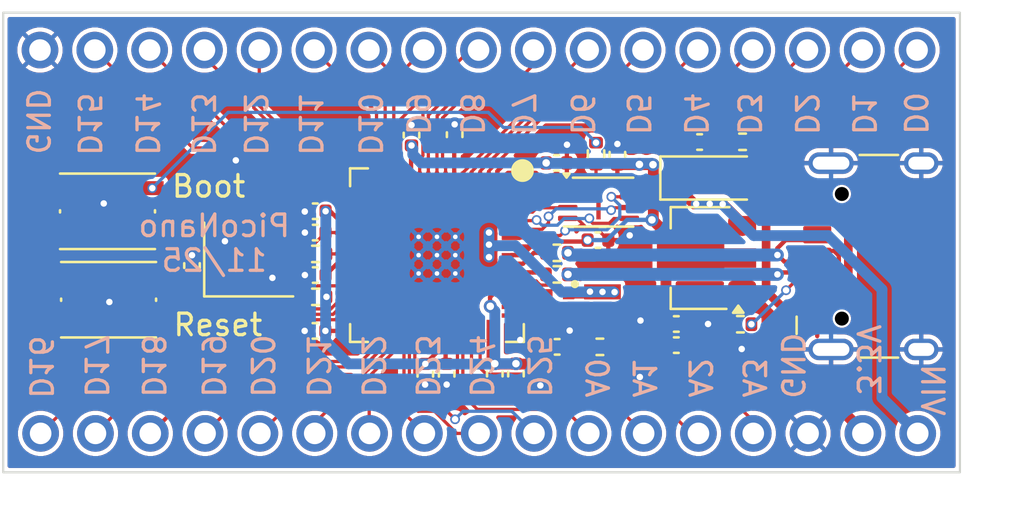
<source format=kicad_pcb>
(kicad_pcb (version 20241229) (generator "pcbnew") (generator_version "9.0")
  (title_block (date "${DATE}") (rev "${VERSION}"))
  (layers (0 "F.Cu" signal) (2 "B.Cu" signal) (13 "F.Paste" user) (15 "B.Paste" user) (5 "F.SilkS" user "F.Silkscreen") (7 "B.SilkS" user "B.Silkscreen") (1 "F.Mask" user) (3 "B.Mask" user) (25 "Edge.Cuts" user))
  (property "DATE" "")
  (property "VERSION" "")
  (net 0 "")
  (net 1 "/RP2350A/XIN")
  (net 2 "GND")
  (net 3 "Net-(C5-Pad1)")
  (net 4 "3.3V")
  (net 5 "+1V1")
  (net 6 "/RP2350A/USB_D-")
  (net 7 "/RP2350A/USB_D+")
  (net 8 "/RP2350A/VREG_LX")
  (net 9 "/RP2350A/QSPI_SS")
  (net 10 "/RP2350A/XOUT_R")
  (net 11 "/RP2350A/USB_D_R+")
  (net 12 "/RP2350A/USB_D_R-")
  (net 13 "BOOT_SEL")
  (net 14 "D9")
  (net 15 "D4")
  (net 16 "D3")
  (net 17 "D1")
  (net 18 "D7")
  (net 19 "D0")
  (net 20 "D2")
  (net 21 "D10")
  (net 22 "D8")
  (net 23 "D5")
  (net 24 "D6")
  (net 25 "D13")
  (net 27 "Net-(J1-CC2)")
  (net 29 "Net-(J1-CC1)")
  (net 30 "/RP2350A/QSPI_SD0")
  (net 31 "D12")
  (net 32 "A3")
  (net 33 "A1")
  (net 34 "A2")
  (net 35 "A0")
  (net 36 "D15")
  (net 37 "D14")
  (net 38 "/RP2350A/SWD")
  (net 39 "D11")
  (net 40 "D17")
  (net 41 "D20")
  (net 42 "D18")
  (net 43 "RST")
  (net 44 "/RP2350A/QSPI_SCLK")
  (net 45 "D22")
  (net 46 "/RP2350A/SWCLK")
  (net 47 "/RP2350A/QSPI_SD3")
  (net 48 "D19")
  (net 49 "VIN")
  (net 50 "/RP2350A/QSPI_SD2")
  (net 51 "D23")
  (net 52 "D21")
  (net 53 "D25")
  (net 54 "D24")
  (net 55 "D16")
  (net 56 "Net-(U1-VREG_AVDD)")
  (net 57 "/RP2350A/QSPI_SD1")
  (net 58 "RAW")
  (footprint "Capacitor_SMD:C_0402_1005Metric" (layer "F.Cu") (at 116.96 96.07 -90)
    (property "Reference" "C11" (hide yes))
    (property "Value" "100nF")
  )
  (footprint "Resistor_SMD:R_0402_1005Metric" (layer "F.Cu") (at 111.87 90.49 180)
    (property "Reference" "R2" (hide yes))
    (property "Value" "1k")
  )
  (footprint "MobiFlight:SW_Push_1P1T_NO_Vertical_Wuerth_434133025816" (layer "F.Cu") (at 102.285 92.615)
    (property "Reference" "SW2" (hide yes))
    (property "Value" "SW_Push")
  )
  (footprint "Capacitor_SMD:C_0402_1005Metric" (layer "F.Cu") (at 111.85 94.06 180)
    (property "Reference" "C12" (hide yes))
    (property "Value" "100nF")
  )
  (footprint "Resistor_SMD:R_0402_1005Metric" (layer "F.Cu") (at 123.06 91.44 180)
    (property "Reference" "R4" (hide yes))
    (property "Value" "27")
  )
  (footprint "Diode_SMD:D_SOD-123" (layer "F.Cu") (at 130.21 86.97)
    (property "Reference" "D1" (hide yes))
    (property "Value" "D_Schottky")
  )
  (footprint "Capacitor_SMD:C_0402_1005Metric" (layer "F.Cu") (at 123.04 86.27)
    (property "Reference" "C14" (hide yes))
    (property "Value" "100nF")
  )
  (footprint "Capacitor_SMD:C_0402_1005Metric" (layer "F.Cu") (at 128.59 94.72)
    (property "Reference" "C20" (hide yes))
    (property "Value" "100nF")
  )
  (footprint "Capacitor_SMD:C_0402_1005Metric" (layer "F.Cu") (at 111.86 88.51 180)
    (property "Reference" "C9" (hide yes))
    (property "Value" "100nF")
  )
  (footprint "Capacitor_SMD:C_0402_1005Metric" (layer "F.Cu") (at 118.32 84.96 90)
    (property "Reference" "C6" (hide yes))
    (property "Value" "100nF")
  )
  (footprint "Crystal:Crystal_SMD_3225-4Pin_3.2x2.5mm" (layer "F.Cu") (at 108.775 90.75)
    (property "Reference" "Y1" (hide yes))
    (property "Value" "ABM8-272-T3" (hide yes))
  )
  (footprint "Capacitor_SMD:C_0402_1005Metric" (layer "F.Cu") (at 121.16 96.06 -90)
    (property "Reference" "C10" (hide yes))
    (property "Value" "100nF" (hide yes))
  )
  (footprint "Capacitor_SMD:C_0402_1005Metric" (layer "F.Cu") (at 116.32 84.98 90)
    (property "Reference" "C13" (hide yes))
    (property "Value" "100nF")
  )
  (footprint "Package_TO_SOT_SMD:SOT-89-3" (layer "F.Cu") (at 129.69 90.68 180)
    (property "Reference" "U2" (hide yes))
    (property "Value" "AMS1117-3.3")
  )
  (footprint "Resistor_SMD:R_0402_1005Metric" (layer "F.Cu") (at 131.56 93.75)
    (property "Reference" "R7" (hide yes))
    (property "Value" "5.1k")
  )
  (footprint "Capacitor_SMD:C_0402_1005Metric" (layer "F.Cu") (at 128.59 93.74)
    (property "Reference" "C2" (hide yes))
    (property "Value" "10uF")
  )
  (footprint "MobiFlight:C_0402_1005Metric_small_pads" (layer "F.Cu") (at 122.59 92.875 -90)
    (property "Reference" "C16" (hide yes))
    (property "Value" "4.7uF")
  )
  (footprint "MobiFlight:RP2350A_QFN-60_EP_7.75x7.75_Pitch0.4mm" (layer "F.Cu") (at 117.5 90.5475 -90)
    (property "Reference" "U1" (hide yes))
    (property "Value" "RP2350A")
  )
  (footprint "Capacitor_SMD:C_0402_1005Metric" (layer "F.Cu") (at 106.15 91.03 90)
    (property "Reference" "C5" (hide yes))
    (property "Value" "15pF")
  )
  (footprint "Capacitor_SMD:C_0402_1005Metric" (layer "F.Cu") (at 117.95 96.07 -90)
    (property "Reference" "C8" (hide yes))
    (property "Value" "100nF")
  )
  (footprint "Capacitor_SMD:C_0402_1005Metric" (layer "F.Cu") (at 111.86 89.5 180)
    (property "Reference" "C4" (hide yes))
    (property "Value" "15pF")
  )
  (footprint "Resistor_SMD:R_0402_1005Metric" (layer "F.Cu") (at 125.05 94.8 180)
    (property "Reference" "R5" (hide yes))
    (property "Value" "33")
  )
  (footprint "MobiFlight:PicoNano" (layer "F.Cu") (at 120.950059 90.686594 -90)
    (property "Reference" "J2" (hide yes))
    (property "Value" "~")
  )
  (footprint "Capacitor_SMD:C_0402_1005Metric" (layer "F.Cu") (at 123.07 94.8 180)
    (property "Reference" "C18" (hide yes))
    (property "Value" "4.7uF")
  )
  (footprint "Capacitor_SMD:C_0402_1005Metric" (layer "F.Cu") (at 120.18 96.06 -90)
    (property "Reference" "C19" (hide yes))
    (property "Value" "4.7uF")
  )
  (footprint "Resistor_SMD:R_0402_1005Metric" (layer "F.Cu") (at 111.87 92.48 180)
    (property "Reference" "R6" (hide yes))
    (property "Value" "10k")
  )
  (footprint "Resistor_SMD:R_0402_1005Metric" (layer "F.Cu") (at 123.06 90.44 180)
    (property "Reference" "R3" (hide yes))
    (property "Value" "27")
  )
  (footprint "Package_SON:Winbond_USON-8-1EP_3x2mm_P0.5mm_EP0.2x1.6mm" (layer "F.Cu") (at 124.985 88.09)
    (property "Reference" "U4" (hide yes))
    (property "Value" "W25Q16JVSS")
  )
  (footprint "MobiFlight:SW_Push_1P1T_NO_Vertical_Wuerth_434133025816" (layer "F.Cu") (at 102.235 88.515 180)
    (property "Reference" "SW1" (hide yes))
    (property "Value" "SW_Push")
  )
  (footprint "Capacitor_SMD:C_0402_1005Metric" (layer "F.Cu") (at 124.96 89.85)
    (property "Reference" "C15" (hide yes))
    (property "Value" "100nF")
  )
  (footprint "Resistor_SMD:R_0402_1005Metric" (layer "F.Cu") (at 124.87 85.84 90)
    (property "Reference" "R1" (hide yes))
    (property "Value" "1k")
  )
  (footprint "Capacitor_SMD:C_0402_1005Metric" (layer "F.Cu") (at 111.86 91.47 180)
    (property "Reference" "C7" (hide yes))
    (property "Value" "100nF")
  )
  (footprint "MobiFlight:L_pol_2016" (layer "F.Cu") (at 125.17 92.95 -90)
    (property "Reference" "L1" (hide yes))
    (property "Value" "3.3u")
  )
  (footprint "Capacitor_SMD:C_0402_1005Metric" (layer "F.Cu") (at 125.86 85.87 90)
    (property "Reference" "C3" (hide yes))
    (property "Value" "100nF")
  )
  (footprint "Resistor_SMD:R_0402_1005Metric" (layer "F.Cu") (at 131.66 85.29)
    (property "Reference" "R8" (hide yes))
    (property "Value" "5.1k")
  )
  (footprint "MobiFlight:USB_C_Receptacle_HCTL_HC-TYPE-C-16P-01A" (layer "F.Cu") (at 138.865 90.6 90)
    (property "Reference" "J1" (hide yes))
    (property "Value" "USB_C_Receptacle_USB2.0_16P")
  )
  (footprint "Capacitor_SMD:C_0402_1005Metric" (layer "F.Cu") (at 129.67 85.3)
    (property "Reference" "C1" (hide yes))
    (property "Value" "10uF")
  )
  (footprint "MobiFlight:C_0402_1005Metric_small_pads" (layer "F.Cu") (at 123.6 92.875 -90)
    (property "Reference" "C17" (hide yes))
    (property "Value" "4.7uF")
  )
  (gr_rect (start 97.402 79.3) (end 141.732 100.62) (stroke (width 0.1)) (fill no) (layer "Edge.Cuts"))
  (gr_text "Boot" (at 106.92 87.94 0) (layer "F.SilkS") (effects (font (size 1 1) (thickness 0.153)) (justify bottom)))
  (gr_text "Reset" (at 107.35 94.365 0) (layer "F.SilkS") (effects (font (size 1 1) (thickness 0.153)) (justify bottom)))
  (gr_text "A3" (at 131.596621 97.239411 -90) (layer "B.SilkS") (effects (font (size 1 1) (thickness 0.153)) (justify left bottom mirror)))
  (gr_text "GND" (at 133.380393 97.299804 270) (layer "B.SilkS") (effects (font (size 1 1) (thickness 0.153)) (justify left bottom mirror)))
  (gr_text "D20" (at 108.813821 97.239411 270) (layer "B.SilkS") (effects (font (size 1 1) (thickness 0.153)) (justify left bottom mirror)))
  (gr_text "D8" (at 118.520683 85.07 270) (layer "B.SilkS") (effects (font (size 1 1) (thickness 0.153)) (justify left bottom mirror)))
  (gr_text "D23" (at 116.453821 97.239411 270) (layer "B.SilkS") (effects (font (size 1 1) (thickness 0.153)) (justify left bottom mirror)))
  (gr_text "D12" (at 108.490683 86.022381 270) (layer "B.SilkS") (effects (font (size 1 1) (thickness 0.153)) (justify left bottom mirror)))
  (gr_text "D9" (at 116.020683 85.07 270) (layer "B.SilkS") (effects (font (size 1 1) (thickness 0.153)) (justify left bottom mirror)))
  (gr_text "D22" (at 113.943821 97.239411 270) (layer "B.SilkS") (effects (font (size 1 1) (thickness 0.153)) (justify left bottom mirror)))
  (gr_text "D19" (at 106.533821 97.239411 270) (layer "B.SilkS") (effects (font (size 1 1) (thickness 0.153)) (justify left bottom mirror)))
  (gr_text "D16" (at 98.55 97.29 270) (layer "B.SilkS") (effects (font (size 1 1) (thickness 0.153)) (justify left bottom mirror)))
  (gr_text "D10" (at 113.800683 86.022381 270) (layer "B.SilkS") (effects (font (size 1 1) (thickness 0.153)) (justify left bottom mirror)))
  (gr_text "D18" (at 103.763821 97.239411 270) (layer "B.SilkS") (effects (font (size 1 1) (thickness 0.153)) (justify left bottom mirror)))
  (gr_text "D21" (at 111.403821 97.239411 270) (layer "B.SilkS") (effects (font (size 1 1) (thickness 0.153)) (justify left bottom mirror)))
  (gr_text "D15" (at 100.790683 86.022381 270) (layer "B.SilkS") (effects (font (size 1 1) (thickness 0.153)) (justify left bottom mirror)))
  (gr_text "D11" (at 111.040683 86.022381 270) (layer "B.SilkS") (effects (font (size 1 1) (thickness 0.153)) (justify left bottom mirror)))
  (gr_text "A1" (at 126.506621 97.239411 -90) (layer "B.SilkS") (effects (font (size 1 1) (thickness 0.153)) (justify left bottom mirror)))
  (gr_text "D5" (at 126.230683 85.07 270) (layer "B.SilkS") (effects (font (size 1 1) (thickness 0.153)) (justify left bottom mirror)))
  (gr_text "D14" (at 103.470683 86.022381 270) (layer "B.SilkS") (effects (font (size 1 1) (thickness 0.153)) (justify left bottom mirror)))
  (gr_text "GND" (at 98.41 85.97 270) (layer "B.SilkS") (effects (font (size 1 1) (thickness 0.153)) (justify left bottom mirror)))
  (gr_text "D2" (at 134.030683 85.07 270) (layer "B.SilkS") (effects (font (size 1 1) (thickness 0.153)) (justify left bottom mirror)))
  (gr_text "D17" (at 101.113821 97.239411 270) (layer "B.SilkS") (effects (font (size 1 1) (thickness 0.153)) (justify left bottom mirror)))
  (gr_text "D7" (at 120.900683 85.07 270) (layer "B.SilkS") (effects (font (size 1 1) (thickness 0.153)) (justify left bottom mirror)))
  (gr_text "PicoNano\n11/25" (at 107.18 91.38 0) (layer "B.SilkS") (effects (font (size 1 1) (thickness 0.153)) (justify bottom mirror)))
  (gr_text "D25" (at 121.633821 97.239411 270) (layer "B.SilkS") (effects (font (size 1 1) (thickness 0.153)) (justify left bottom mirror)))
  (gr_text "A0" (at 124.313821 97.239411 270) (layer "B.SilkS") (effects (font (size 1 1) (thickness 0.153)) (justify left bottom mirror)))
  (gr_text "D0" (at 139.075683 85.045 -90) (layer "B.SilkS") (effects (font (size 1 1) (thickness 0.153)) (justify left bottom mirror)))
  (gr_text "D13" (at 106.060683 86.022381 270) (layer "B.SilkS") (effects (font (size 1 1) (thickness 0.153)) (justify left bottom mirror)))
  (gr_text "VIN" (at 139.87 98.09 -90) (layer "B.SilkS") (effects (font (size 1 1) (thickness 0.153)) (justify left bottom mirror)))
  (gr_text "D3" (at 131.360683 85.07 270) (layer "B.SilkS") (effects (font (size 1 1) (thickness 0.153)) (justify left bottom mirror)))
  (gr_text "D6" (at 123.630683 85.07 270) (layer "B.SilkS") (effects (font (size 1 1) (thickness 0.153)) (justify left bottom mirror)))
  (gr_text "A2" (at 129.096621 97.239411 -90) (layer "B.SilkS") (effects (font (size 1 1) (thickness 0.153)) (justify left bottom mirror)))
  (gr_text "D24" (at 118.953821 97.239411 270) (layer "B.SilkS") (effects (font (size 1 1) (thickness 0.153)) (justify left bottom mirror)))
  (gr_text "D4" (at 128.890683 85.07 270) (layer "B.SilkS") (effects (font (size 1 1) (thickness 0.153)) (justify left bottom mirror)))
  (gr_text "D1" (at 136.680683 85.07 -90) (layer "B.SilkS") (effects (font (size 1 1) (thickness 0.153)) (justify left bottom mirror)))
  (gr_text "3.3V" (at 136.8898 97.115098 270) (layer "B.SilkS") (effects (font (size 1 1) (thickness 0.153)) (justify left bottom mirror)))
  (segment (start 113.03 89.74) (end 112.79 89.5) (width 0.15) (layer "F.Cu") (net 1))
  (segment (start 111.85 89.99) (end 109.965 89.99) (width 0.15) (layer "F.Cu") (net 1))
  (segment (start 114.055 89.74) (end 113.03 89.74) (width 0.15) (layer "F.Cu") (net 1))
  (segment (start 112.34 89.5) (end 111.85 89.99) (width 0.15) (layer "F.Cu") (net 1))
  (segment (start 114.0625 89.7475) (end 114.055 89.74) (width 0.15) (layer "F.Cu") (net 1))
  (segment (start 112.79 89.5) (end 112.34 89.5) (width 0.15) (layer "F.Cu") (net 1))
  (segment (start 109.965 89.99) (end 109.875 89.9) (width 0.15) (layer "F.Cu") (net 1))
  (segment (start 109.945 89.67) (end 109.9 89.625) (width 0.15) (layer "F.Cu") (net 1))
  (segment (start 123.56 88.84) (end 123.99 88.84) (width 0.15) (layer "F.Cu") (net 2))
  (segment (start 122.24 96.54) (end 120.85 96.54) (width 0.5) (layer "F.Cu") (net 2))
  (segment (start 109.9 91.325) (end 110.375 91.8) (width 0.15) (layer "F.Cu") (net 2))
  (segment (start 123.99 88.84) (end 124.47 89.32) (width 0.15) (layer "F.Cu") (net 2))
  (segment (start 124.47 89.32) (end 124.91 89.32) (width 0.15) (layer "F.Cu") (net 2))
  (segment (start 134.12 87.4) (end 135.2 87.4) (width 0.5) (layer "F.Cu") (net 2))
  (segment (start 125.86 85.39) (end 125.9 85.35) (width 0.15) (layer "F.Cu") (net 2))
  (segment (start 123.6 93.997536) (end 123.648732 94.046268) (width 0.2) (layer "F.Cu") (net 2))
  (segment (start 117.95 96.55) (end 116.96 96.55) (width 0.5) (layer "F.Cu") (net 2))
  (segment (start 134.11 87.41) (end 134.12 87.4) (width 0.5) (layer "F.Cu") (net 2))
  (segment (start 124.91 89.32) (end 125.44 89.85) (width 0.15) (layer "F.Cu") (net 2))
  (segment (start 135.12 93.8) (end 134.21 93.8) (width 0.5) (layer "F.Cu") (net 2))
  (segment (start 120.85 96.54) (end 120.18 96.54) (width 0.5) (layer "F.Cu") (net 2))
  (segment (start 121.68 94.8) (end 121.36 94.48) (width 0.5) (layer "F.Cu") (net 2))
  (segment (start 122.59 93.39) (end 122.02 93.39) (width 0.2) (layer "F.Cu") (net 2))
  (segment (start 122.02 93.39) (end 121.5775 92.9475) (width 0.2) (layer "F.Cu") (net 2))
  (segment (start 99.13 81.31) (end 99.13 81.28) (width 0.15) (layer "F.Cu") (net 2))
  (segment (start 121.5775 92.9475) (end 120.9375 92.9475) (width 0.2) (layer "F.Cu") (net 2))
  (segment (start 123.6 93.39) (end 123.6 93.997536) (width 0.3) (layer "F.Cu") (net 2))
  (segment (start 122.59 94.8) (end 121.68 94.8) (width 0.5) (layer "F.Cu") (net 2))
  (segment (start 122.29 96.59) (end 122.24 96.54) (width 0.5) (layer "F.Cu") (net 2))
  (via (at 102.32 92.72) (size 0.65) (drill 0.3) (layers "F.Cu" "B.Cu") (net 2))
  (via (at 111.38 89.5) (size 0.45) (drill 0.3) (layers "F.Cu" "B.Cu") (net 2))
  (via (at 123.525 85.425) (size 0.65) (drill 0.3) (layers "F.Cu" "B.Cu") (net 2))
  (via (at 121.36 94.48) (size 0.65) (drill 0.3) (layers "F.Cu" "B.Cu") (net 2))
  (via (at 125.86 85.39) (size 0.65) (drill 0.3) (layers "F.Cu" "B.Cu") (net 2))
  (via (at 111.375 88.525) (size 0.45) (drill 0.3) (layers "F.Cu" "B.Cu") (net 2))
  (via (at 111.38 91.47) (size 0.45) (drill 0.3) (layers "F.Cu" "B.Cu") (net 2))
  (via (at 118.32 84.48) (size 0.65) (drill 0.3) (layers "F.Cu" "B.Cu") (net 2))
  (via (at 116.32 84.51) (size 0.65) (drill 0.3) (layers "F.Cu" "B.Cu") (net 2))
  (via (at 126.93 93.58) (size 0.65) (drill 0.3) (layers "F.Cu" "B.Cu") (net 2))
  (via (at 122.29 96.59) (size 0.65) (drill 0.3) (layers "F.Cu" "B.Cu") (net 2))
  (via (at 131.62 94.9) (size 0.65) (drill 0.3) (layers "F.Cu" "B.Cu") (net 2))
  (via (at 130.06 93.74) (size 0.65) (drill 0.3) (layers "F.Cu" "B.Cu") (net 2))
  (via (at 117.95 96.55) (size 0.45) (drill 0.3) (layers "F.Cu" "B.Cu") (net 2))
  (via (at 116.95 96.55) (size 0.45) (drill 0.3) (layers "F.Cu" "B.Cu") (net 2))
  (via (at 126.9 96.2) (size 0.65) (drill 0.3) (layers "F.Cu" "B.Cu") (net 2))
  (via (at 107.675 89.9) (size 0.65) (drill 0.3) (layers "F.Cu" "B.Cu") (net 2))
  (via (at 106.15 90.55) (size 0.65) (drill 0.3) (layers "F.Cu" "B.Cu") (net 2))
  (via (at 126.43 89.63) (size 0.65) (drill 0.3) (layers "F.Cu" "B.Cu") (net 2))
  (via (at 111.37 94.06) (size 0.45) (drill 0.3) (layers "F.Cu" "B.Cu") (net 2))
  (via (at 123.648732 94.046268) (size 0.65) (drill 0.3) (layers "F.Cu" "B.Cu") (net 2))
  (via (at 109.875 91.6) (size 0.65) (drill 0.3) (layers "F.Cu" "B.Cu") (net 2))
  (via (at 102.06 88.15) (size 0.65) (drill 0.3) (layers "F.Cu" "B.Cu") (net 2))
  (via (at 108.18 86.15) (size 0.65) (drill 0.3) (layers "F.Cu" "B.Cu") (net 2))
  (segment (start 106.15 91.51) (end 106.165 91.525) (width 0.15) (layer "F.Cu") (net 3))
  (segment (start 110.83 90.5) (end 111.35 90.5) (width 0.15) (layer "F.Cu") (net 3))
  (segment (start 111.35 90.5) (end 111.36 90.49) (width 0.15) (layer "F.Cu") (net 3))
  (segment (start 107.5 91.525) (end 108.25 90.775) (width 0.15) (layer "F.Cu") (net 3))
  (segment (start 106.165 91.525) (end 107.5 91.525) (width 0.15) (layer "F.Cu") (net 3))
  (segment (start 108.25 90.775) (end 110.555 90.775) (width 0.15) (layer "F.Cu") (net 3))
  (segment (start 110.555 90.775) (end 110.83 90.5) (width 0.15) (layer "F.Cu") (net 3))
  (segment (start 128.13 95.73) (end 128.54 96.14) (width 0.5) (layer "F.Cu") (net 4))
  (segment (start 129.65 90.91) (end 129.88 90.68) (width 0.5) (layer "F.Cu") (net 4))
  (segment (start 119.96 92.91) (end 119.97 92.92) (width 0.15) (layer "F.Cu") (net 4))
  (segment (start 122.172 92.212) (end 122.32 92.36) (width 0.2) (layer "F.Cu") (net 4))
  (segment (start 120.18 95.58) (end 121.07 95.58) (width 0.2) (layer "F.Cu") (net 4))
  (segment (start 128.54 96.14) (end 134.65 96.14) (width 0.5) (layer "F.Cu") (net 4))
  (segment (start 119.96 92.4975) (end 119.96 92.91) (width 0.2) (layer "F.Cu") (net 4))
  (segment (start 128.47 90.68) (end 131.5525 90.68) (width 0.5) (layer "F.Cu") (net 4))
  (segment (start 131.5525 90.68) (end 129.03 90.68) (width 0.5) (layer "F.Cu") (net 4))
  (segment (start 127.51 86.35) (end 125.86 86.35) (width 0.5) (layer "F.Cu") (net 4))
  (segment (start 137.236059 98.726059) (end 137.236059 98.814594) (width 0.5) (layer "F.Cu") (net 4))
  (segment (start 122.5 86.33) (end 120.62 86.33) (width 0.2) (layer "F.Cu") (net 4))
  (segment (start 120.11 95.6) (end 120.09 95.58) (width 0.5) (layer "F.Cu") (net 4))
  (segment (start 129.37 91.15) (end 129.37 91.27) (width 0.5) (layer "F.Cu") (net 4))
  (segment (start 120.9375 92.1475) (end 122.103616 92.1475) (width 0.2) (layer "F.Cu") (net 4))
  (segment (start 120.31 92.1475) (end 119.96 92.4975) (width 0.2) (layer "F.Cu") (net 4))
  (segment (start 124.414 89.916) (end 122.084 89.916) (width 0.2) (layer "F.Cu") (net 4))
  (segment (start 120.62 86.33) (end 120.3 86.65) (width 0.2) (layer "F.Cu") (net 4))
  (segment (start 125.56 95.54) (end 125.56 94.8) (width 0.5) (layer "F.Cu") (net 4))
  (segment (start 120.3 95.46) (end 120.18 95.58) (width 0.2) (layer "F.Cu") (net 4))
  (segment (start 125.86 87.17) (end 125.86 86.35) (width 0.2) (layer "F.Cu") (net 4))
  (segment (start 128.11 91.6) (end 128.11 94.8) (width 0.5) (layer "F.Cu") (net 4))
  (segment (start 126.42 87.35) (end 126.41 87.34) (width 0.15) (layer "F.Cu") (net 4))
  (segment (start 127.525 88.845) (end 127.46 88.91) (width 0.5) (layer "F.Cu") (net 4))
  (segment (start 120.18 95.58) (end 120.09 95.58) (width 0.2) (layer "F.Cu") (net 4))
  (segment (start 127.525 86.365) (end 127.525 88.845) (width 0.5) (layer "F.Cu") (net 4))
  (segment (start 126.03 87.34) (end 125.86 87.17) (width 0.2) (layer "F.Cu") (net 4))
  (segment (start 122.168115 92.212) (end 122.172 92.212) (width 0.2) (layer "F.Cu") (net 4))
  (segment (start 112.55 88.51) (end 113.3875 89.3475) (width 0.2) (layer "F.Cu") (net 4))
  (segment (start 120.9375 90.5475) (end 121.4525 90.5475) (width 0.2) (layer "F.Cu") (net 4))
  (segment (start 116.3 85.53) (end 116.3 87.11) (width 0.2) (layer "F.Cu") (net 4))
  (segment (start 134.65 96.14) (end 137.236059 98.726059) (width 0.5) (layer "F.Cu") (net 4))
  (segment (start 120.3 86.65) (end 120.3 87.11) (width 0.2) (layer "F.Cu") (net 4))
  (segment (start 121.06 95.56) (end 121.1 95.6) (width 0.2) (layer "F.Cu") (net 4))
  (segment (start 122.103616 92.1475) (end 122.168115 92.212) (width 0.2) (layer "F.Cu") (net 4))
  (segment (start 116.32 85.46) (end 116.32 85.51) (width 0.2) (layer "F.Cu") (net 4))
  (segment (start 112.33 94.06) (end 112.93 94.06) (width 0.2) (layer "F.Cu") (net 4))
  (segment (start 125.5 95.6) (end 125.56 95.54) (width 0.5) (layer "F.Cu") (net 4))
  (segment (start 116.96 95.59) (end 117.5 95.05) (width 0.2) (layer "F.Cu") (net 4))
  (segment (start 120.3 93.985) (end 120.3 95.46) (width 0.2) (layer "F.Cu") (net 4))
  (segment (start 127.46 88.91) (end 127.49 88.91) (width 0.5) (layer "F.Cu") (net 4))
  (segment (start 129.03 90.68) (end 128.11 91.6) (width 0.5) (layer "F.Cu") (net 4))
  (segment (start 117.5 95.05) (end 117.5 93.985) (width 0.2) (layer "F.Cu") (net 4))
  (segment (start 127.51 86.35) (end 127.525 86.365) (width 0.5) (layer "F.Cu") (net 4))
  (segment (start 113.6425 93.3475) (end 114.0625 93.3475) (width 0.2) (layer "F.Cu") (net 4))
  (segment (start 119.9 93.985) (end 119.9 95.3) (width 0.2) (layer "F.Cu") (net 4))
  (segment (start 127.49 88.91) (end 128.35 89.77) (width 0.5) (layer "F.Cu") (net 4))
  (segment (start 128.13 92.2) (end 128.13 95.73) (width 0.5) (layer "F.Cu") (net 4))
  (segment (start 122.084 89.916) (end 121.8525 90.1475) (width 0.2) (layer "F.Cu") (net 4))
  (segment (start 116.32 85.51) (end 116.3 85.53) (width 0.2) (layer "F.Cu") (net 4))
  (segment (start 131.4325 90.56) (end 131.5525 90.68) (width 0.4) (layer "F.Cu") (net 4))
  (segment (start 121.1 95.6) (end 125.5 95.6) (width 0.5) (layer "F.Cu") (net 4))
  (segment (start 121.4525 90.5475) (end 121.8525 90.1475) (width 0.2) (layer "F.Cu") (net 4))
  (segment (start 122.56 86.27) (end 122.5 86.33) (width 0.2) (layer "F.Cu") (net 4))
  (segment (start 113.3875 89.3475) (end 114.0625 89.3475) (width 0.2) (layer "F.Cu") (net 4))
  (segment (start 124.48 89.85) (end 124.414 89.916) (width 0.2) (layer "F.Cu") (net 4))
  (segment (start 128.11 94.8) (end 125.56 94.8) (width 0.5) (layer "F.Cu") (net 4))
  (segment (start 121.8525 90.1475) (end 120.9375 90.1475) (width 0.2) (layer "F.Cu") (net 4))
  (segment (start 129.88 90.68) (end 131.3325 90.68) (width 0.5) (layer "F.Cu") (net 4))
  (segment (start 121.1 95.6) (end 120.11 95.6) (width 0.5) (layer "F.Cu") (net 4))
  (segment (start 112.34 88.51) (end 112.55 88.51) (width 0.2) (layer "F.Cu") (net 4))
  (segment (start 128.35 89.77) (end 128.35 90.56) (width 0.5) (layer "F.Cu") (net 4))
  (segment (start 120.9375 92.1475) (end 120.31 92.1475) (width 0.2) (layer "F.Cu") (net 4))
  (segment (start 122.32 92.36) (end 122.59 92.36) (width 0.2) (layer "F.Cu") (net 4))
  (segment (start 119.9 95.3) (end 120.18 95.58) (width 0.2) (layer "F.Cu") (net 4))
  (segment (start 126.41 87.34) (end 126.03 87.34) (width 0.2) (layer "F.Cu") (net 4))
  (segment (start 128.35 90.56) (end 128.47 90.68) (width 0.5) (layer "F.Cu") (net 4))
  (segment (start 112.93 94.06) (end 113.6425 93.3475) (width 0.2) (layer "F.Cu") (net 4))
  (via (at 120.18 95.58) (size 0.6) (drill 0.35) (layers "F.Cu" "B.Cu") (net 4))
  (via (at 126.88 86.34) (size 0.6) (drill 0.35) (layers "F.Cu" "B.Cu") (net 4))
  (via (at 127.51 86.35) (size 0.6) (drill 0.35) (layers "F.Cu" "B.Cu") (net 4))
  (via (at 121.16 95.58) (size 0.6) (drill 0.35) (layers "F.Cu" "B.Cu") (net 4))
  (via (at 119.97 92.92) (size 0.6) (drill 0.35) (layers "F.Cu" "B.Cu") (net 4))
  (via (at 116.96 95.59) (size 0.45) (drill 0.3) (layers "F.Cu" "B.Cu") (net 4))
  (via (at 122.56 86.27) (size 0.6) (drill 0.35) (layers "F.Cu" "B.Cu") (net 4))
  (via (at 112.33 94.06) (size 0.45) (drill 0.3) (layers "F.Cu" "B.Cu") (net 4))
  (via (at 112.38 92.48) (size 0.45) (drill 0.3) (layers "F.Cu" "B.Cu") (net 4))
  (via (at 112.34 88.51) (size 0.45) (drill 0.3) (layers "F.Cu" "B.Cu") (net 4))
  (via (at 116.32 85.46) (size 0.45) (drill 0.3) (layers "F.Cu" "B.Cu") (net 4))
  (via (at 127.46 88.91) (size 0.6) (drill 0.35) (layers "F.Cu" "B.Cu") (net 4))
  (via (at 124.48 89.85) (size 0.45) (drill 0.35) (layers "F.Cu" "B.Cu") (net 4))
  (segment (start 112.35 88.52) (end 112.34 88.51) (width 0.5) (layer "B.Cu") (net 4))
  (segment (start 125.37 89.85) (end 124.48 89.85) (width 0.2) (layer "B.Cu") (net 4))
  (segment (start 116.97 95.6) (end 120.18 95.6) (width 0.5) (layer "B.Cu") (net 4))
  (segment (start 126.31 88.91) (end 125.37 89.85) (width 0.2) (layer "B.Cu") (net 4))
  (segment (start 127.51 86.35) (end 127.45 86.29) (width 0.5) (layer "B.Cu") (net 4))
  (segment (start 122.58 86.29) (end 122.56 86.27) (width 0.5) (layer "B.Cu") (net 4))
  (segment (start 120.18 95.6) (end 120.18 93.14) (width 0.5) (layer "B.Cu") (net 4))
  (segment (start 137.255406 98.814594) (end 137.236059 98.814594) (width 0.5) (layer "B.Cu") (net 4))
  (segment (start 112.33 94.06) (end 112.34 94.07) (width 0.5) (layer "B.Cu") (net 4))
  (segment (start 127.45 86.29) (end 122.58 86.29) (width 0.5) (layer "B.Cu") (net 4))
  (segment (start 116.38 85.88) (end 116.77 86.27) (width 0.5) (layer "B.Cu") (net 4))
  (segment (start 120.18 95.58) (end 121.16 95.58) (width 0.5) (layer "B.Cu") (net 4))
  (segment (start 112.33 94.06) (end 112.34 94.05) (width 0.5) (layer "B.Cu") (net 4))
  (segment (start 112.34 94.05) (end 112.34 92.21) (width 0.5) (layer "B.Cu") (net 4))
  (segment (start 116.38 85.61) (end 116.38 85.88) (width 0.5) (layer "B.Cu") (net 4))
  (segment (start 116.325 85.465) (end 116.325 85.555) (width 0.5) (layer "B.Cu") (net 4))
  (segment (start 127.46 88.91) (end 126.31 88.91) (width 0.2) (layer "B.Cu") (net 4))
  (segment (start 116.96 95.59) (end 116.97 95.6) (width 0.5) (layer "B.Cu") (net 4))
  (segment (start 112.35 92.12) (end 112.35 88.52) (width 0.5) (layer "B.Cu") (net 4))
  (segment (start 119.97 92.93) (end 119.97 92.92) (width 0.5) (layer "B.Cu") (net 4))
  (segment (start 116.32 85.46) (end 116.325 85.465) (width 0.5) (layer "B.Cu") (net 4))
  (segment (start 112.34 94.07) (end 112.34 94.53) (width 0.5) (layer "B.Cu") (net 4))
  (segment (start 116.325 85.555) (end 116.38 85.61) (width 0.5) (layer "B.Cu") (net 4))
  (segment (start 116.77 86.27) (end 122.56 86.27) (width 0.5) (layer "B.Cu") (net 4))
  (segment (start 112.34 94.53) (end 113.4 95.59) (width 0.5) (layer "B.Cu") (net 4))
  (segment (start 120.18 93.14) (end 119.97 92.93) (width 0.5) (layer "B.Cu") (net 4))
  (segment (start 113.4 95.59) (end 116.96 95.59) (width 0.5) (layer "B.Cu") (net 4))
  (segment (start 122.0975 91.7475) (end 122.104 91.754) (width 0.15) (layer "F.Cu") (net 5))
  (segment (start 113.2625 90.5475) (end 114.0625 90.5475) (width 0.2) (layer "F.Cu") (net 5))
  (segment (start 117.9 93.985) (end 117.9 95.54) (width 0.2) (layer "F.Cu") (net 5))
  (segment (start 118.3 85.55) (end 118.34 85.51) (width 0.2) (layer "F.Cu") (net 5))
  (segment (start 114.9575 90.5475) (end 114.96 90.55) (width 0.2) (layer "F.Cu") (net 5))
  (segment (start 117.9 93.985) (end 117.9 93.1) (width 0.2) (layer "F.Cu") (net 5))
  (segment (start 119.91 91.38) (end 120.2775 91.7475) (width 0.2) (layer "F.Cu") (net 5))
  (segment (start 117.9 93.1) (end 117.93 93.07) (width 0.2) (layer "F.Cu") (net 5))
  (segment (start 122.104 91.754) (end 122.104 91.757562) (width 0.15) (layer "F.Cu") (net 5))
  (segment (start 122.282438 91.936) (end 123.176 91.936) (width 0.15) (layer "F.Cu") (net 5))
  (segment (start 112.34 91.47) (end 113.2625 90.5475) (width 0.2) (layer "F.Cu") (net 5))
  (segment (start 120.9375 91.7475) (end 122.0975 91.7475) (width 0.15) (layer "F.Cu") (net 5))
  (segment (start 125.06 92.36) (end 123.6 92.36) (width 0.4) (layer "F.Cu") (net 5))
  (segment (start 119.91 90.06) (end 119.91 91.38) (width 0.2) (layer "F.Cu") (net 5))
  (segment (start 118.3 87.11) (end 118.3 88.18) (width 0.2) (layer "F.Cu") (net 5))
  (segment (start 122.104 91.757562) (end 122.282438 91.936) (width 0.15) (layer "F.Cu") (net 5))
  (segment (start 118.3 87.11) (end 118.3 85.55) (width 0.2) (layer "F.Cu") (net 5))
  (segment (start 123.176 91.936) (end 123.6 92.36) (width 0.15) (layer "F.Cu") (net 5))
  (segment (start 125.68 92.26) (end 125.16 92.26) (width 0.2) (layer "F.Cu") (net 5))
  (segment (start 117.9 95.54) (end 117.95 95.59) (width 0.2) (layer "F.Cu") (net 5))
  (segment (start 125.16 92.26) (end 125.06 92.36) (width 0.2) (layer "F.Cu") (net 5))
  (segment (start 114.0625 90.5475) (end 114.9575 90.5475) (width 0.2) (layer "F.Cu") (net 5))
  (segment (start 120.2775 91.7475) (end 120.9375 91.7475) (width 0.2) (layer "F.Cu") (net 5))
  (via (at 119.91 90.64) (size 0.45) (drill 0.3) (layers "F.Cu" "B.Cu") (net 5))
  (via (at 124.59 92.24) (size 0.45) (drill 0.3) (layers "F.Cu" "B.Cu") (net 5))
  (via (at 119.91 90.06) (size 0.45) (drill 0.3) (layers "F.Cu" "B.Cu") (net 5))
  (via (at 125.73 92.26) (size 0.45) (drill 0.3) (layers "F.Cu" "B.Cu") (net 5))
  (via (at 119.91 89.5) (size 0.45) (drill 0.3) (layers "F.Cu" "B.Cu") (net 5))
  (via (at 125.17 92.25) (size 0.45) (drill 0.3) (layers "F.Cu" "B.Cu") (net 5))
  (segment (start 125.68 92.26) (end 125.67 92.25) (width 0.5) (layer "B.Cu") (net 5))
  (segment (start 119.91 90.06) (end 119.96 90.11) (width 0.5) (layer "B.Cu") (net 5))
  (segment (start 121.13 90.11) (end 123.279346 92.259346) (width 0.5) (layer "B.Cu") (net 5))
  (segment (start 119.91 90.06) (end 119.91 90.64) (width 0.5) (layer "B.Cu") (net 5))
  (segment (start 125.67 92.25) (end 124.66 92.25) (width 0.5) (layer "B.Cu") (net 5))
  (segment (start 123.279346 92.259346) (end 123.469346 92.259346) (width 0.5) (layer "B.Cu") (net 5))
  (segment (start 119.96 90.11) (end 121.13 90.11) (width 0.5) (layer "B.Cu") (net 5))
  (segment (start 124.65 92.26) (end 124.66 92.25) (width 0.5) (layer "B.Cu") (net 5))
  (segment (start 123.469346 92.25) (end 124.65 92.25) (width 0.5) (layer "B.Cu") (net 5))
  (segment (start 119.91 89.5) (end 119.91 90.06) (width 0.5) (layer "B.Cu") (net 5))
  (segment (start 136.12 91.15) (end 135.92 91.35) (width 0.2) (layer "F.Cu") (net 6))
  (segment (start 133.365 91.35) (end 133.275 91.44) (width 0.2) (layer "F.Cu") (net 6))
  (segment (start 135.9 90.35) (end 136.12 90.57) (width 0.2) (layer "F.Cu") (net 6))
  (segment (start 135.92 91.35) (end 135.12 91.35) (width 0.2) (layer "F.Cu") (net 6))
  (segment (start 136.12 90.57) (end 136.12 91.15) (width 0.2) (layer "F.Cu") (net 6))
  (segment (start 135.12 90.35) (end 135.9 90.35) (width 0.2) (layer "F.Cu") (net 6))
  (segment (start 135.12 91.35) (end 133.365 91.35) (width 0.2) (layer "F.Cu") (net 6))
  (via (at 133.275 91.44) (size 0.45) (drill 0.3) (layers "F.Cu" "B.Cu") (net 6))
  (via (at 123.57 91.44) (size 0.6) (drill 0.35) (layers "F.Cu" "B.Cu") (net 6))
  (segment (start 133.275 91.44) (end 123.57 91.44) (width 0.6) (layer "B.Cu") (net 6))
  (segment (start 133.275 90.54) (end 133.275 90.225) (width 0.2) (layer "F.Cu") (net 7))
  (segment (start 133.275 90.54) (end 133.29 90.54) (width 0.2) (layer "F.Cu") (net 7))
  (segment (start 133.275 90.225) (end 133.65 89.85) (width 0.2) (layer "F.Cu") (net 7))
  (segment (start 123.681 90.551) (end 123.57 90.44) (width 0.2) (layer "F.Cu") (net 7))
  (segment (start 133.29 90.54) (end 133.6 90.85) (width 0.2) (layer "F.Cu") (net 7))
  (segment (start 133.65 89.85) (end 135.12 89.85) (width 0.2) (layer "F.Cu") (net 7))
  (segment (start 133.6 90.85) (end 135.12 90.85) (width 0.2) (layer "F.Cu") (net 7))
  (via (at 123.57 90.44) (size 0.6) (drill 0.35) (layers "F.Cu" "B.Cu") (net 7))
  (via (at 133.275 90.54) (size 0.45) (drill 0.3) (layers "F.Cu" "B.Cu") (net 7))
  (segment (start 123.67 90.54) (end 123.57 90.44) (width 0.6) (layer "B.Cu") (net 7))
  (segment (start 124.770364 90.551) (end 124.189636 90.551) (width 0.6) (layer "B.Cu") (net 7))
  (segment (start 124.781364 90.54) (end 124.770364 90.551) (width 0.6) (layer "B.Cu") (net 7))
  (segment (start 133.275 90.54) (end 124.781364 90.54) (width 0.6) (layer "B.Cu") (net 7))
  (segment (start 124.178636 90.54) (end 123.67 90.54) (width 0.6) (layer "B.Cu") (net 7))
  (segment (start 124.189636 90.551) (end 124.178636 90.54) (width 0.6) (layer "B.Cu") (net 7))
  (segment (start 124.87 86.83) (end 124.37 87.33) (width 0.15) (layer "F.Cu") (net 9))
  (segment (start 124.37 87.33) (end 123.22 87.33) (width 0.15) (layer "F.Cu") (net 9))
  (segment (start 124.87 86.35) (end 124.87 86.83) (width 0.15) (layer "F.Cu") (net 9))
  (segment (start 121.9725 87.7475) (end 122.38 87.34) (width 0.15) (layer "F.Cu") (net 9))
  (segment (start 120.9375 87.7475) (end 121.9725 87.7475) (width 0.15) (layer "F.Cu") (net 9))
  (segment (start 124.88 86.24) (end 124.84 86.28) (width 0.15) (layer "F.Cu") (net 9))
  (segment (start 122.38 87.34) (end 123.56 87.34) (width 0.15) (layer "F.Cu") (net 9))
  (segment (start 123.22 87.33) (end 123.2 87.35) (width 0.15) (layer "F.Cu") (net 9))
  (segment (start 112.8 90.49) (end 112.38 90.49) (width 0.15) (layer "F.Cu") (net 10))
  (segment (start 113.1425 90.1475) (end 112.8 90.49) (width 0.15) (layer "F.Cu") (net 10))
  (segment (start 114.0625 90.1475) (end 113.1425 90.1475) (width 0.15) (layer "F.Cu") (net 10))
  (segment (start 121.99 90.44) (end 122.55 90.44) (width 0.2) (layer "F.Cu") (net 11))
  (segment (start 120.9375 90.9475) (end 121.4825 90.9475) (width 0.2) (layer "F.Cu") (net 11))
  (segment (start 121.4825 90.9475) (end 121.99 90.44) (width 0.2) (layer "F.Cu") (net 11))
  (segment (start 122.36 91.44) (end 122.55 91.44) (width 0.2) (layer "F.Cu") (net 12))
  (segment (start 121.928582 91.3475) (end 121.931082 91.35) (width 0.2) (layer "F.Cu") (net 12))
  (segment (start 121.931082 91.35) (end 122.27 91.35) (width 0.2) (layer "F.Cu") (net 12))
  (segment (start 122.27 91.35) (end 122.36 91.44) (width 0.2) (layer "F.Cu") (net 12))
  (segment (start 120.9375 91.3475) (end 121.928582 91.3475) (width 0.2) (layer "F.Cu") (net 12))
  (segment (start 100.185 87.44) (end 104.31 87.44) (width 0.15) (layer "F.Cu") (net 13))
  (via (at 104.31 87.44) (size 0.45) (drill 0.3) (layers "F.Cu" "B.Cu") (net 13))
  (via (at 124.87 85.33) (size 0.45) (drill 0.3) (layers "F.Cu" "B.Cu") (net 13))
  (segment (start 119.875 83.925) (end 107.825 83.925) (width 0.15) (layer "B.Cu") (net 13))
  (segment (start 107.825 83.925) (end 104.31 87.44) (width 0.15) (layer "B.Cu") (net 13))
  (segment (start 124.165 84.625) (end 120.575 84.625) (width 0.15) (layer "B.Cu") (net 13))
  (segment (start 124.87 85.33) (end 124.165 84.625) (width 0.15) (layer "B.Cu") (net 13))
  (segment (start 120.575 84.625) (end 119.875 83.925) (width 0.15) (layer "B.Cu") (net 13))
  (segment (start 115.5 87.11) (end 115.5 82.420653) (width 0.15) (layer "F.Cu") (net 14))
  (segment (start 116.85 81.34) (end 116.91 81.28) (width 0.15) (layer "F.Cu") (net 14))
  (segment (start 115.5 82.420653) (end 116.886059 81.034594) (width 0.15) (layer "F.Cu") (net 14))
  (segment (start 117.9 87.11) (end 117.9 86.51) (width 0.15) (layer "F.Cu") (net 15))
  (segment (start 117.76 86.37) (end 117.76 84.184968) (width 0.15) (layer "F.Cu") (net 15))
  (segment (start 117.9 86.51) (end 117.76 86.37) (width 0.15) (layer "F.Cu") (net 15))
  (segment (start 118.810968 83.134) (end 127.486653 83.134) (width 0.15) (layer "F.Cu") (net 15))
  (segment (start 127.486653 83.134) (end 129.586059 81.034594) (width 0.15) (layer "F.Cu") (net 15))
  (segment (start 117.76 84.184968) (end 118.810968 83.134) (width 0.15) (layer "F.Cu") (net 15))
  (segment (start 118.7 87.11) (end 118.7 86.725) (width 0.15) (layer "F.Cu") (net 16))
  (segment (start 118.7 86.725) (end 122.04 83.385) (width 0.15) (layer "F.Cu") (net 16))
  (segment (start 132.15 81.28) (end 132.15 81.31) (width 0.15) (layer "F.Cu") (net 16))
  (segment (start 129.775653 83.385) (end 132.126059 81.034594) (width 0.15) (layer "F.Cu") (net 16))
  (segment (start 122.04 83.385) (end 129.775653 83.385) (width 0.15) (layer "F.Cu") (net 16))
  (segment (start 134.330653 83.91) (end 137.206059 81.034594) (width 0.15) (layer "F.Cu") (net 17))
  (segment (start 122.240002 83.91) (end 134.330653 83.91) (width 0.15) (layer "F.Cu") (net 17))
  (segment (start 119.5 86.650002) (end 122.240002 83.91) (width 0.15) (layer "F.Cu") (net 17))
  (segment (start 119.5 87.11) (end 119.5 86.650002) (width 0.15) (layer "F.Cu") (net 17))
  (segment (start 116.85 83.955032) (end 118.465032 82.34) (width 0.15) (layer "F.Cu") (net 18))
  (segment (start 118.465032 82.34) (end 121.35 82.34) (width 0.15) (layer "F.Cu") (net 18))
  (segment (start 121.78 81.07) (end 121.99 81.28) (width 0.15) (layer "F.Cu") (net 18))
  (segment (start 121.966059 81.723941) (end 121.966059 81.034594) (width 0.15) (layer "F.Cu") (net 18))
  (segment (start 116.7 86.08) (end 116.85 85.93) (width 0.15) (layer "F.Cu") (net 18))
  (segment (start 121.35 82.34) (end 121.966059 81.723941) (width 0.15) (layer "F.Cu") (net 18))
  (segment (start 116.85 85.93) (end 116.85 83.955032) (width 0.15) (layer "F.Cu") (net 18))
  (segment (start 116.7 87.11) (end 116.7 86.08) (width 0.15) (layer "F.Cu") (net 18))
  (segment (start 119.9 86.65) (end 122.39 84.16) (width 0.15) (layer "F.Cu") (net 19))
  (segment (start 119.9 87.11) (end 119.9 86.65) (width 0.15) (layer "F.Cu") (net 19))
  (segment (start 136.620653 84.16) (end 139.746059 81.034594) (width 0.15) (layer "F.Cu") (net 19))
  (segment (start 122.39 84.16) (end 136.620653 84.16) (width 0.15) (layer "F.Cu") (net 19))
  (segment (start 134.69 81.28) (end 134.69 81.31) (width 0.15) (layer "F.Cu") (net 20))
  (segment (start 119.1 87.11) (end 119.1 86.67997) (width 0.15) (layer "F.Cu") (net 20))
  (segment (start 119.1 86.67997) (end 122.11997 83.66) (width 0.15) (layer "F.Cu") (net 20))
  (segment (start 132.040653 83.66) (end 134.666059 81.034594) (width 0.15) (layer "F.Cu") (net 20))
  (segment (start 122.11997 83.66) (end 132.040653 83.66) (width 0.15) (layer "F.Cu") (net 20))
  (segment (start 115.085 87.11) (end 115.1 87.095) (width 0.15) (layer "F.Cu") (net 21))
  (segment (start 115.1 87.11) (end 115.085 87.11) (width 0.15) (layer "F.Cu") (net 21))
  (segment (start 115.1 87.11) (end 115.1 81.788535) (width 0.15) (layer "F.Cu") (net 21))
  (segment (start 115.1 81.788535) (end 114.346059 81.034594) (width 0.15) (layer "F.Cu") (net 21))
  (segment (start 115.9 87.11) (end 115.819 87.029) (width 0.15) (layer "F.Cu") (net 22))
  (segment (start 119.024634 81.034594) (end 119.426059 81.034594) (width 0.15) (layer "F.Cu") (net 22))
  (segment (start 115.819 87.029) (end 115.819 84.240228) (width 0.15) (layer "F.Cu") (net 22))
  (segment (start 115.819 84.240228) (end 119.024634 81.034594) (width 0.15) (layer "F.Cu") (net 22))
  (segment (start 119.45 81.71) (end 119.45 81.28) (width 0.15) (layer "F.Cu") (net 22))
  (segment (start 117.509 85.546) (end 117.509 84.081) (width 0.15) (layer "F.Cu") (net 23))
  (segment (start 117.5 85.555) (end 117.509 85.546) (width 0.15) (layer "F.Cu") (net 23))
  (segment (start 117.509 84.081) (end 118.73 82.86) (width 0.15) (layer "F.Cu") (net 23))
  (segment (start 127.07 81.28) (end 127.07 81.32) (width 0.15) (layer "F.Cu") (net 23))
  (segment (start 125.220653 82.86) (end 127.046059 81.034594) (width 0.15) (layer "F.Cu") (net 23))
  (segment (start 118.73 82.86) (end 125.220653 82.86) (width 0.15) (layer "F.Cu") (net 23))
  (segment (start 117.5 87.11) (end 117.5 85.555) (width 0.15) (layer "F.Cu") (net 23))
  (segment (start 118.551 82.609) (end 122.931653 82.609) (width 0.15) (layer "F.Cu") (net 24))
  (segment (start 117.1 87.11) (end 117.1 86.034968) (width 0.15) (layer "F.Cu") (net 24))
  (segment (start 117.101 84.059) (end 118.551 82.609) (width 0.15) (layer "F.Cu") (net 24))
  (segment (start 122.931653 82.609) (end 124.506059 81.034594) (width 0.15) (layer "F.Cu") (net 24))
  (segment (start 117.1 86.034968) (end 117.101 86.033968) (width 0.15) (layer "F.Cu") (net 24))
  (segment (start 117.101 86.033968) (end 117.101 84.059) (width 0.15) (layer "F.Cu") (net 24))
  (segment (start 114.0625 88.1475) (end 113.447436 88.1475) (width 0.15) (layer "F.Cu") (net 25))
  (segment (start 106.75 81.29) (end 106.75 81.28) (width 0.15) (layer "F.Cu") (net 25))
  (segment (start 109.015059 83.645059) (end 106.726059 81.356059) (width 0.15) (layer "F.Cu") (net 25))
  (segment (start 113.447436 88.1475) (end 109.015059 83.715123) (width 0.15) (layer "F.Cu") (net 25))
  (segment (start 109.015059 83.715123) (end 109.015059 83.645059) (width 0.15) (layer "F.Cu") (net 25))
  (segment (start 106.726059 81.356059) (end 106.726059 81.034594) (width 0.15) (layer "F.Cu") (net 25))
  (segment (start 133.275 86.395) (end 132.17 85.29) (width 0.15) (layer "F.Cu") (net 27))
  (segment (start 135.12 88.85) (end 133.775 88.85) (width 0.15) (layer "F.Cu") (net 27))
  (segment (start 133.275 88.35) (end 133.275 86.395) (width 0.15) (layer "F.Cu") (net 27))
  (segment (start 133.775 88.85) (end 133.275 88.35) (width 0.15) (layer "F.Cu") (net 27))
  (segment (start 135.11 88.86) (end 135.12 88.85) (width 0.15) (layer "F.Cu") (net 27))
  (segment (start 133.675 92.175) (end 134 91.85) (width 0.15) (layer "F.Cu") (net 29))
  (segment (start 134 91.85) (end 135.12 91.85) (width 0.15) (layer "F.Cu") (net 29))
  (via (at 133.675 92.175) (size 0.45) (drill 0.3) (layers "F.Cu" "B.Cu") (net 29))
  (via (at 132.07 93.75) (size 0.45) (drill 0.3) (layers "F.Cu" "B.Cu") (net 29))
  (segment (start 133.675 92.175) (end 132.1 93.75) (width 0.15) (layer "B.Cu") (net 29))
  (segment (start 132.1 93.75) (end 132.07 93.75) (width 0.15) (layer "B.Cu") (net 29))
  (segment (start 124.559998 88.84) (end 124.559998 88.909998) (width 0.15) (layer "F.Cu") (net 30))
  (segment (start 125.48 89.07) (end 125.7 88.85) (width 0.15) (layer "F.Cu") (net 30))
  (segment (start 124.72 89.07) (end 125.48 89.07) (width 0.15) (layer "F.Cu") (net 30))
  (segment (start 122.086814 88.9475) (end 122.115907 88.918407) (width 0.15) (layer "F.Cu") (net 30))
  (segment (start 124.559998 88.909998) (end 124.72 89.07) (width 0.15) (layer "F.Cu") (net 30))
  (segment (start 125.7 88.85) (end 126.05 88.85) (width 0.15) (layer "F.Cu") (net 30))
  (segment (start 120.9375 88.9475) (end 122.086814 88.9475) (width 0.15) (layer "F.Cu") (net 30))
  (via (at 122.115907 88.918407) (size 0.45) (drill 0.3) (layers "F.Cu" "B.Cu") (net 30))
  (via (at 124.559998 88.84) (size 0.45) (drill 0.3) (layers "F.Cu" "B.Cu") (net 30))
  (segment (start 122.37 89.16) (end 122.135907 88.925907) (width 0.15) (layer "B.Cu") (net 30))
  (segment (start 124.549998 88.85) (end 123.39 88.85) (width 0.15) (layer "B.Cu") (net 30))
  (segment (start 124.559998 88.84) (end 124.549998 88.85) (width 0.15) (layer "B.Cu") (net 30))
  (segment (start 122.115907 88.925907) (end 122.115907 88.918407) (width 0.15) (layer "B.Cu") (net 30))
  (segment (start 123.39 88.85) (end 123.08 89.16) (width 0.15) (layer "B.Cu") (net 30))
  (segment (start 123.08 89.16) (end 122.37 89.16) (width 0.15) (layer "B.Cu") (net 30))
  (segment (start 122.135907 88.925907) (end 122.115907 88.925907) (width 0.15) (layer "B.Cu") (net 30))
  (segment (start 109.266059 83.611155) (end 109.266059 81.034594) (width 0.15) (layer "F.Cu") (net 31))
  (segment (start 113.402404 87.7475) (end 109.266059 83.611155) (width 0.15) (layer "F.Cu") (net 31))
  (segment (start 109.68 81.28) (end 109.29 81.28) (width 0.15) (layer "F.Cu") (net 31))
  (segment (start 114.0625 87.7475) (end 113.402404 87.7475) (width 0.15) (layer "F.Cu") (net 31))
  (segment (start 119.5 95.78) (end 119.784 96.064) (width 0.15) (layer "F.Cu") (net 32))
  (segment (start 119.784 96.064) (end 125.054 96.064) (width 0.15) (layer "F.Cu") (net 32))
  (segment (start 126.34 97.35) (end 131.26 97.35) (width 0.15) (layer "F.Cu") (net 32))
  (segment (start 119.5 93.985) (end 119.5 95.78) (width 0.15) (layer "F.Cu") (net 32))
  (segment (start 131.26 97.35) (end 132.156059 98.246059) (width 0.15) (layer "F.Cu") (net 32))
  (segment (start 132.156059 98.246059) (end 132.156059 98.814594) (width 0.15) (layer "F.Cu") (net 32))
  (segment (start 125.054 96.064) (end 126.34 97.35) (width 0.15) (layer "F.Cu") (net 32))
  (segment (start 132.18 98.72) (end 132.18 99.06) (width 0.5) (layer "B.Cu") (net 32))
  (segment (start 119.474968 97.45) (end 118.7 96.675032) (width 0.15) (layer "F.Cu") (net 33))
  (segment (start 127.076059 98.814594) (end 125.711465 97.45) (width 0.15) (layer "F.Cu") (net 33))
  (segment (start 125.711465 97.45) (end 119.474968 97.45) (width 0.15) (layer "F.Cu") (net 33))
  (segment (start 118.7 96.675032) (end 118.7 93.985) (width 0.15) (layer "F.Cu") (net 33))
  (segment (start 119.1 93.985) (end 119.1 96.720064) (width 0.15) (layer "F.Cu") (net 34))
  (segment (start 126.32 97.69) (end 128.16 97.69) (width 0.15) (layer "F.Cu") (net 34))
  (segment (start 119.1 96.720064) (end 119.578936 97.199) (width 0.15) (layer "F.Cu") (net 34))
  (segment (start 125.815433 97.199) (end 126.313217 97.696783) (width 0.15) (layer "F.Cu") (net 34))
  (segment (start 129.261091 98.791091) (end 129.261091 98.814594) (width 0.15) (layer "F.Cu") (net 34))
  (segment (start 119.578936 97.199) (end 125.815433 97.199) (width 0.15) (layer "F.Cu") (net 34))
  (segment (start 126.313217 97.696783) (end 126.32 97.69) (width 0.15) (layer "F.Cu") (net 34))
  (segment (start 128.16 97.69) (end 129.261091 98.791091) (width 0.15) (layer "F.Cu") (net 34))
  (segment (start 118.3 94.87) (end 118.449 95.019) (width 0.15) (layer "F.Cu") (net 35))
  (segment (start 118.449 96.779) (end 119.371 97.701) (width 0.15) (layer "F.Cu") (net 35))
  (segment (start 123.422465 97.701) (end 124.536059 98.814594) (width 0.15) (layer "F.Cu") (net 35))
  (segment (start 119.371 97.701) (end 123.422465 97.701) (width 0.15) (layer "F.Cu") (net 35))
  (segment (start 124.53 99.03) (end 124.56 99.06) (width 0.15) (layer "F.Cu") (net 35))
  (segment (start 118.449 95.019) (end 118.449 96.779) (width 0.15) (layer "F.Cu") (net 35))
  (segment (start 118.3 93.985) (end 118.3 94.87) (width 0.15) (layer "F.Cu") (net 35))
  (segment (start 114.0625 88.9475) (end 113.5375 88.9475) (width 0.15) (layer "F.Cu") (net 36))
  (segment (start 113.5375 88.9475) (end 110.164 85.574) (width 0.15) (layer "F.Cu") (net 36))
  (segment (start 110.164 85.574) (end 106.185465 85.574) (width 0.15) (layer "F.Cu") (net 36))
  (segment (start 101.67 81.29) (end 101.67 81.28) (width 0.15) (layer "F.Cu") (net 36))
  (segment (start 106.185465 85.574) (end 101.646059 81.034594) (width 0.15) (layer "F.Cu") (net 36))
  (segment (start 114.0625 88.5475) (end 113.492468 88.5475) (width 0.15) (layer "F.Cu") (net 37))
  (segment (start 108.474465 85.323) (end 104.186059 81.034594) (width 0.15) (layer "F.Cu") (net 37))
  (segment (start 113.492468 88.5475) (end 110.267968 85.323) (width 0.15) (layer "F.Cu") (net 37))
  (segment (start 110.267968 85.323) (end 108.474465 85.323) (width 0.15) (layer "F.Cu") (net 37))
  (segment (start 114.7 87.11) (end 114.7 83.928535) (width 0.15) (layer "F.Cu") (net 39))
  (segment (start 114.7 83.928535) (end 111.806059 81.034594) (width 0.15) (layer "F.Cu") (net 39))
  (segment (start 114.0625 92.5475) (end 113.429968 92.5475) (width 0.15) (layer "F.Cu") (net 40))
  (segment (start 112.686468 93.291) (end 110.929032 93.291) (width 0.15) (layer "F.Cu") (net 40))
  (segment (start 101.7 99.06) (end 101.7 99.05) (width 0.15) (layer "F.Cu") (net 40))
  (segment (start 110.929032 93.291) (end 109.242032 94.978) (width 0.15) (layer "F.Cu") (net 40))
  (segment (start 105.512653 94.978) (end 101.676059 98.814594) (width 0.15) (layer "F.Cu") (net 40))
  (segment (start 109.242032 94.978) (end 105.512653 94.978) (width 0.15) (layer "F.Cu") (net 40))
  (segment (start 113.429968 92.5475) (end 112.686468 93.291) (width 0.15) (layer "F.Cu") (net 40))
  (segment (start 115.1 93.985) (end 115.1 94.72) (width 0.15) (layer "F.Cu") (net 41))
  (segment (start 115.1 94.72) (end 114.21 95.61) (width 0.15) (layer "F.Cu") (net 41))
  (segment (start 114.204968 95.61) (end 114.083968 95.731) (width 0.15) (layer "F.Cu") (net 41))
  (segment (start 109.32 99.06) (end 109.32 99.03) (width 0.15) (layer "F.Cu") (net 41))
  (segment (start 109.315406 98.814594) (end 109.296059 98.814594) (width 0.15) (layer "F.Cu") (net 41))
  (segment (start 114.21 95.61) (end 114.204968 95.61) (width 0.15) (layer "F.Cu") (net 41))
  (segment (start 112.399 95.731) (end 109.315406 98.814594) (width 0.15) (layer "F.Cu") (net 41))
  (segment (start 114.083968 95.731) (end 112.399 95.731) (width 0.15) (layer "F.Cu") (net 41))
  (segment (start 107.801653 95.229) (end 104.216059 98.814594) (width 0.15) (layer "F.Cu") (net 42))
  (segment (start 111.033 93.542) (end 112.790436 93.542) (width 0.15) (layer "F.Cu") (net 42))
  (segment (start 104.748521 98.33) (end 104.24 98.33) (width 0.15) (layer "F.Cu") (net 42))
  (segment (start 113.384936 92.9475) (end 114.0625 92.9475) (width 0.15) (layer "F.Cu") (net 42))
  (segment (start 112.790436 93.542) (end 113.384936 92.9475) (width 0.15) (layer "F.Cu") (net 42))
  (segment (start 104.954261 98.124261) (end 104.748521 98.33) (width 0.15) (layer "F.Cu") (net 42))
  (segment (start 109.346 95.229) (end 107.801653 95.229) (width 0.15) (layer "F.Cu") (net 42))
  (segment (start 104.24 99.06) (end 104.24 98.838522) (width 0.15) (layer "F.Cu") (net 42))
  (segment (start 109.346 95.229) (end 111.033 93.542) (width 0.15) (layer "F.Cu") (net 42))
  (segment (start 104.24 98.838522) (end 104.954261 98.124261) (width 0.15) (layer "F.Cu") (net 42))
  (segment (start 111.47 92.48) (end 111.98 91.97) (width 0.15) (layer "F.Cu") (net 43))
  (segment (start 113.31 91.74) (end 113.68 91.74) (width 0.15) (layer "F.Cu") (net 43))
  (segment (start 111.98 91.97) (end 113.08 91.97) (width 0.15) (layer "F.Cu") (net 43))
  (segment (start 111.47 92.67) (end 111.47 92.48) (width 0.15) (layer "F.Cu") (net 43))
  (segment (start 109.810096 93.7) (end 111.030096 92.48) (width 0.15) (layer "F.Cu") (net 43))
  (segment (start 113.08 91.97) (end 113.31 91.74) (width 0.15) (layer "F.Cu") (net 43))
  (segment (start 104.335 93.69) (end 100.21 93.69) (width 0.15) (layer "F.Cu") (net 43))
  (segment (start 104.365 93.7) (end 109.810096 93.7) (width 0.15) (layer "F.Cu") (net 43))
  (segment (start 113.6875 91.7475) (end 114.0625 91.7475) (width 0.15) (layer "F.Cu") (net 43))
  (segment (start 104.345 93.68) (end 104.365 93.7) (width 0.15) (layer "F.Cu") (net 43))
  (segment (start 113.68 91.74) (end 113.6875 91.7475) (width 0.15) (layer "F.Cu") (net 43))
  (segment (start 111.030096 92.48) (end 111.36 92.48) (width 0.15) (layer "F.Cu") (net 43))
  (segment (start 122.67 89.05) (end 122.3725 89.3475) (width 0.15) (layer "F.Cu") (net 44))
  (segment (start 122.3725 89.3475) (end 120.9375 89.3475) (width 0.15) (layer "F.Cu") (net 44))
  (segment (start 122.67 88.75) (end 122.67 89.05) (width 0.15) (layer "F.Cu") (net 44))
  (segment (start 125.57 88.46) (end 125.68 88.35) (width 0.15) (layer "F.Cu") (net 44))
  (segment (start 125.68 88.35) (end 126.05 88.35) (width 0.15) (layer "F.Cu") (net 44))
  (via (at 122.67 88.75) (size 0.45) (drill 0.3) (layers "F.Cu" "B.Cu") (net 44))
  (via (at 125.57 88.46) (size 0.45) (drill 0.3) (layers "F.Cu" "B.Cu") (net 44))
  (segment (start 125.51 88.4) (end 125.57 88.46) (width 0.15) (layer "B.Cu") (net 44))
  (segment (start 123.02 88.4) (end 125.51 88.4) (width 0.15) (layer "B.Cu") (net 44))
  (segment (start 122.67 88.75) (end 123.02 88.4) (width 0.15) (layer "B.Cu") (net 44))
  (segment (start 114.36 96.169936) (end 114.36 98.798535) (width 0.15) (layer "F.Cu") (net 45))
  (segment (start 115.9 93.985) (end 115.9 94.629936) (width 0.15) (layer "F.Cu") (net 45))
  (segment (start 115.9 94.629936) (end 114.36 96.169936) (width 0.15) (layer "F.Cu") (net 45))
  (segment (start 114.36 98.798535) (end 114.376059 98.814594) (width 0.15) (layer "F.Cu") (net 45))
  (segment (start 121.9 89.64) (end 121.7925 89.7475) (width 0.15) (layer "F.Cu") (net 47))
  (segment (start 121.7925 89.7475) (end 120.9375 89.7475) (width 0.15) (layer "F.Cu") (net 47))
  (segment (start 126.04 87.84) (end 126.05 87.85) (width 0.15) (layer "F.Cu") (net 47))
  (segment (start 125.58 87.84) (end 126.04 87.84) (width 0.15) (layer "F.Cu") (net 47))
  (segment (start 123.438 89.41) (end 123.208 89.64) (width 0.15) (layer "F.Cu") (net 47))
  (segment (start 123.208 89.64) (end 121.9 89.64) (width 0.15) (layer "F.Cu") (net 47))
  (via (at 125.58 87.84) (size 0.45) (drill 0.3) (layers "F.Cu" "B.Cu") (net 47))
  (via (at 123.438 89.41) (size 0.45) (drill 0.3) (layers "F.Cu" "B.Cu") (net 47))
  (segment (start 125.38 89.37) (end 125.971 88.779) (width 0.15) (layer "B.Cu") (net 47))
  (segment (start 125.971 88.231) (end 125.58 87.84) (width 0.15) (layer "B.Cu") (net 47))
  (segment (start 123.438 89.41) (end 123.478 89.37) (width 0.15) (layer "B.Cu") (net 47))
  (segment (start 123.478 89.37) (end 125.38 89.37) (width 0.15) (layer "B.Cu") (net 47))
  (segment (start 125.971 88.779) (end 125.971 88.231) (width 0.15) (layer "B.Cu") (net 47))
  (segment (start 114.7 93.985) (end 114.7 94.76) (width 0.15) (layer "F.Cu") (net 48))
  (segment (start 114.7 94.76) (end 113.98 95.48) (width 0.15) (layer "F.Cu") (net 48))
  (segment (start 106.79 99.06) (end 106.78 99.06) (width 0.15) (layer "F.Cu") (net 48))
  (segment (start 110.090653 95.48) (end 106.756059 98.814594) (width 0.15) (layer "F.Cu") (net 48))
  (segment (start 113.98 95.48) (end 110.090653 95.48) (width 0.15) (layer "F.Cu") (net 48))
  (segment (start 131.65 89.09) (end 130.74 88.18) (width 0.5) (layer "F.Cu") (net 49))
  (segment (start 128.56 87.32) (end 129.41 88.17) (width 0.5) (layer "F.Cu") (net 49))
  (segment (start 130.14 88.17) (end 130.73 88.17) (width 0.5) (layer "F.Cu") (net 49))
  (segment (start 129.51 88.17) (end 130.14 88.17) (width 0.5) (layer "F.Cu") (net 49))
  (segment (start 129.19 85.3) (end 129.19 86.34) (width 0.5) (layer "F.Cu") (net 49))
  (segment (start 130.73 88.17) (end 130.74 88.18) (width 0.5) (layer "F.Cu") (net 49))
  (segment (start 131.65 89.41) (end 131.65 89.09) (width 0.5) (layer "F.Cu") (net 49))
  (segment (start 129.41 88.17) (end 129.51 88.17) (width 0.5) (layer "F.Cu") (net 49))
  (segment (start 129.19 86.34) (end 128.56 86.97) (width 0.5) (layer "F.Cu") (net 49))
  (segment (start 128.56 86.97) (end 128.56 87.32) (width 0.5) (layer "F.Cu") (net 49))
  (via (at 129.51 88.17) (size 0.45) (drill 0.3) (layers "F.Cu" "B.Cu") (net 49))
  (via (at 130.74 88.18) (size 0.45) (drill 0.3) (layers "F.Cu" "B.Cu") (net 49))
  (via (at 130.14 88.17) (size 0.45) (drill 0.3) (layers "F.Cu" "B.Cu") (net 49))
  (segment (start 130.74 88.2) (end 132.18 89.64) (width 0.5) (layer "B.Cu") (net 49))
  (segment (start 130.14 88.17) (end 130.73 88.17) (width 0.5) (layer "B.Cu") (net 49))
  (segment (start 138.12 92.14) (end 138.12 97.158535) (width 0.5) (layer "B.Cu") (net 49))
  (segment (start 129.51 88.17) (end 130.14 88.17) (width 0.5) (layer "B.Cu") (net 49))
  (segment (start 138.12 97.158535) (end 139.776059 98.814594) (width 0.5) (layer "B.Cu") (net 49))
  (segment (start 135.62 89.64) (end 138.12 92.14) (width 0.5) (layer "B.Cu") (net 49))
  (segment (start 130.74 88.18) (end 130.74 88.2) (width 0.5) (layer "B.Cu") (net 49))
  (segment (start 130.73 88.17) (end 130.74 88.18) (width 0.5) (layer "B.Cu") (net 49))
  (segment (start 132.18 89.64) (end 135.62 89.64) (width 0.5) (layer "B.Cu") (net 49))
  (segment (start 120.9375 88.5475) (end 121.9325 88.5475) (width 0.15) (layer "F.Cu") (net 50))
  (segment (start 121.9325 88.5475) (end 122.13 88.35) (width 0.15) (layer "F.Cu") (net 50))
  (segment (start 122.13 88.35) (end 123.2 88.35) (width 0.15) (layer "F.Cu") (net 50))
  (segment (start 115.972 94.912904) (end 115.972 97.870535) (width 0.15) (layer "F.Cu") (net 51))
  (segment (start 115.972 97.870535) (end 116.916059 98.814594) (width 0.15) (layer "F.Cu") (net 51))
  (segment (start 116.3 94.584904) (end 115.972 94.912904) (width 0.15) (layer "F.Cu") (net 51))
  (segment (start 116.3 93.985) (end 116.3 94.584904) (width 0.15) (layer "F.Cu") (net 51))
  (segment (start 114.308936 95.861) (end 111.836059 98.333877) (width 0.15) (layer "F.Cu") (net 52))
  (segment (start 111.86 99.06) (end 112.17484 99.06) (width 0.15) (layer "F.Cu") (net 52))
  (segment (start 114.313968 95.861) (end 114.308936 95.861) (width 0.15) (layer "F.Cu") (net 52))
  (segment (start 115.5 94.674968) (end 114.313968 95.861) (width 0.15) (layer "F.Cu") (net 52))
  (segment (start 111.836059 98.333877) (end 111.836059 98.814594) (width 0.15) (layer "F.Cu") (net 52))
  (segment (start 115.5 93.985) (end 115.5 94.674968) (width 0.15) (layer "F.Cu") (net 52))
  (segment (start 111.84 98.34) (end 111.83 98.35) (width 0.15) (layer "B.Cu") (net 52))
  (segment (start 111.75 98.29) (end 111.758 98.298) (width 0.15) (layer "B.Cu") (net 52))
  (segment (start 121.83 99.06) (end 122.02 99.06) (width 0.15) (layer "F.Cu") (net 53))
  (segment (start 116.732562 97.537594) (end 117.717594 97.537594) (width 0.15) (layer "F.Cu") (net 53))
  (segment (start 117.1 93.985) (end 117.1 94.5) (width 0.15) (layer "F.Cu") (net 53))
  (segment (start 116.474 97.279032) (end 116.732562 97.537594) (width 0.15) (layer "F.Cu") (net 53))
  (segment (start 117.1 94.5) (end 116.474 95.126) (width 0.15) (layer "F.Cu") (net 53))
  (segment (start 117.717594 97.537594) (end 118.34 98.16) (width 0.15) (layer "F.Cu") (net 53))
  (segment (start 116.474 95.126) (end 116.474 97.279032) (width 0.15) (layer "F.Cu") (net 53))
  (via (at 118.34 98.16) (size 0.45) (drill 0.3) (layers "F.Cu" "B.Cu") (net 53))
  (segment (start 118.34 98.16) (end 118.711406 97.788594) (width 0.15) (layer "B.Cu") (net 53))
  (segment (start 120.970059 97.788594) (end 121.996059 98.814594) (width 0.15) (layer "B.Cu") (net 53))
  (segment (start 118.711406 97.788594) (end 120.970059 97.788594) (width 0.15) (layer "B.Cu") (net 53))
  (segment (start 119.456059 98.616059) (end 119.456059 98.814594) (width 0.15) (layer "F.Cu") (net 54))
  (segment (start 116.7 93.985) (end 116.71 93.995) (width 0.15) (layer "F.Cu") (net 54))
  (segment (start 118.414594 98.814594) (end 119.456059 98.814594) (width 0.15) (layer "F.Cu") (net 54))
  (segment (start 116.223 97.383) (end 116.628594 97.788594) (width 0.15) (layer "F.Cu") (net 54))
  (segment (start 116.7 93.985) (end 116.7 94.539872) (width 0.15) (layer "F.Cu") (net 54))
  (segment (start 116.628594 97.788594) (end 117.388594 97.788594) (width 0.15) (layer "F.Cu") (net 54))
  (segment (start 117.388594 97.788594) (end 118.414594 98.814594) (width 0.15) (layer "F.Cu") (net 54))
  (segment (start 116.223 95.016872) (end 116.223 97.383) (width 0.15) (layer "F.Cu") (net 54))
  (segment (start 116.7 94.539872) (end 116.223 95.016872) (width 0.15) (layer "F.Cu") (net 54))
  (segment (start 119.34 98.29) (end 119.37 98.29) (width 0.15) (layer "B.Cu") (net 54))
  (segment (start 114.0625 92.1475) (end 113.475 92.1475) (width 0.15) (layer "F.Cu") (net 55))
  (segment (start 110.825064 93.04) (end 109.138064 94.727) (width 0.15) (layer "F.Cu") (net 55))
  (segment (start 99.16 99.06) (end 99.2 99.06) (width 0.15) (layer "F.Cu") (net 55))
  (segment (start 113.475 92.1475) (end 112.5825 93.04) (width 0.15) (layer "F.Cu") (net 55))
  (segment (start 103.223653 94.727) (end 99.136059 98.814594) (width 0.15) (layer "F.Cu") (net 55))
  (segment (start 112.5825 93.04) (end 110.825064 93.04) (width 0.15) (layer "F.Cu") (net 55))
  (segment (start 109.138064 94.727) (end 103.223653 94.727) (width 0.15) (layer "F.Cu") (net 55))
  (segment (start 123.55 94.8) (end 124.54 94.8) (width 0.2) (layer "F.Cu") (net 56))
  (segment (start 122.36 94.29) (end 123.15 94.29) (width 0.2) (layer "F.Cu") (net 56))
  (segment (start 120.9375 93.3475) (end 121.4175 93.3475) (width 0.2) (layer "F.Cu") (net 56))
  (segment (start 123.55 94.69) (end 123.55 94.8) (width 0.2) (layer "F.Cu") (net 56))
  (segment (start 121.4175 93.3475) (end 122.36 94.29) (width 0.2) (layer "F.Cu") (net 56))
  (segment (start 123.15 94.29) (end 123.55 94.69) (width 0.2) (layer "F.Cu") (net 56))
  (segment (start 120.9375 88.1475) (end 121.9825 88.1475) (width 0.15) (layer "F.Cu") (net 57))
  (segment (start 122.29 87.84) (end 123.56 87.84) (width 0.15) (layer "F.Cu") (net 57))
  (segment (start 121.9825 88.1475) (end 122.29 87.84) (width 0.15) (layer "F.Cu") (net 57))
  (segment (start 132.75 92.21) (end 132.75 87.86) (width 0.4) (layer "F.Cu") (net 58))
  (segment (start 135.82 93) (end 133.54 93) (width 0.4) (layer "F.Cu") (net 58))
  (segment (start 135.82 88.2) (end 136.56 88.94) (width 0.4) (layer "F.Cu") (net 58))
  (segment (start 133.54 93) (end 132.75 92.21) (width 0.4) (layer "F.Cu") (net 58))
  (segment (start 136.56 88.94) (end 136.56 92.26) (width 0.4) (layer "F.Cu") (net 58))
  (segment (start 135.12 88.2) (end 135.82 88.2) (width 0.4) (layer "F.Cu") (net 58))
  (segment (start 136.56 92.26) (end 135.82 93) (width 0.4) (layer "F.Cu") (net 58))
  (segment (start 132.75 87.86) (end 131.86 86.97) (width 0.4) (layer "F.Cu") (net 58))
  (zone (net 2) (net_name "GND") (layer "F.Cu") (priority 4) (connect_pads yes (clearance 0.15)) (min_thickness 0.15) (fill yes (thermal_gap 0.5) (thermal_bridge_width 0.5))
    (polygon (pts (xy 121.05 92.84) (xy 121.64 92.84) (xy 121.962267 93.15) (xy 123.87 93.15) (xy 123.87 94.11) (xy 122.11 94.11) (xy 121.43 93.05) (xy 121.05 93.05)))
  )
  (zone (net 8) (net_name "/RP2350A/VREG_LX") (layer "F.Cu") (priority 3) (connect_pads yes (clearance 0.15)) (min_thickness 0.15) (fill yes (thermal_gap 0.5) (thermal_bridge_width 0.5))
    (polygon (pts (xy 121.01 92.38) (xy 121.994074 92.38) (xy 122.321481 92.72) (xy 126.09 92.72) (xy 126.09 93.99) (xy 124.32 94) (xy 123.98 93.05) (xy 121.961457 93.05) (xy 121.627799 92.69) (xy 121.01 92.69)))
  )
  (zone (net 5) (net_name "+1V1") (layer "F.Cu") (priority 1) (connect_pads (clearance 0.2)) (min_thickness 0.25) (fill yes (thermal_gap 0.5) (thermal_bridge_width 0.5))
    (polygon (pts (xy 114.72 87.76) (xy 120.32 87.77) (xy 120.33 93.35) (xy 114.730393 93.32)))
  )
  (zone (net 2) (net_name "GND") (layers "F.Cu" "B.Cu") (connect_pads (clearance 0.2)) (min_thickness 0.2) (fill yes (thermal_gap 0.2) (thermal_bridge_width 0.2))
    (polygon (pts (xy 97.253167 79.199694) (xy 97.30964 100.599732) (xy 142.047115 100.804543) (xy 141.99066 79.131266)))
  )
)
</source>
